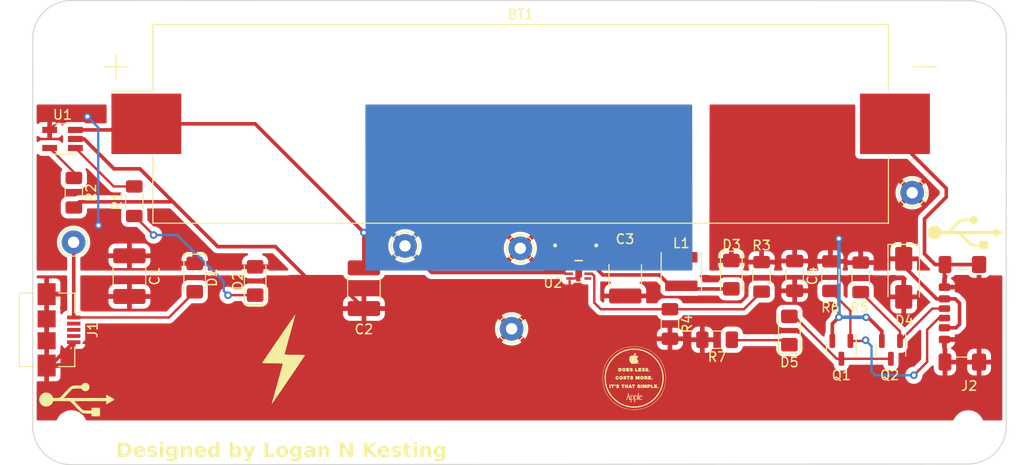
<source format=kicad_pcb>
(kicad_pcb (version 20221018) (generator pcbnew)
  (title_block (title "Lithium-Ion Battery Charger PCB") (date "2024-08-04") (company "Author: Logan Kesting"))
  (layers (0 "F.Cu" signal) (31 "B.Cu" signal) (34 "B.Paste" user) (35 "F.Paste" user) (36 "B.SilkS" user "B.Silkscreen") (37 "F.SilkS" user "F.Silkscreen") (38 "B.Mask" user) (39 "F.Mask" user) (44 "Edge.Cuts" user))
  (net 0 "")
  (net 4 "/SW")
  (net 5 "Net-(U1-STAT)")
  (net 6 "Net-(U1-PROG)")
  (net 7 "Net-(D1-A)")
  (net 8 "Net-(J2-CC2)")
  (net 9 "Net-(J2-CC1)")
  (net 10 "Net-(D2-K)")
  (net 11 "GND")
  (net 12 "/VBAT")
  (net 13 "/5V_OUT")
  (net 14 "/5V_IN")
  (net 15 "/FB")
  (net 16 "GNDPWR")
  (net 18 "Net-(D5-K)")
  (net 19 "Net-(D5-A)")
  (footprint "LED_SMD:LED_1206_3216Metric_Pad1.42x1.75mm_HandSolder" (layer "F.Cu") (at 183.134 106.807 90)
    (fp_text reference "D5" (at -3.3385 0 180) (layer "F.SilkS"))
    (fp_text value "Orange")
    (pad "1" smd roundrect (at -1.4875 0 90) (size 1.425 1.75) (layers "F.Cu" "F.Paste" "F.Mask") (roundrect_rratio 0.175439) (net 18 "Net-(D5-K)"))
    (pad "2" smd roundrect (at 1.4875 0 90) (size 1.425 1.75) (layers "F.Cu" "F.Paste" "F.Mask") (roundrect_rratio 0.175439) (net 19 "Net-(D5-A)"))
  )
  (footprint "Resistor_SMD:R_1206_3216Metric_Pad1.30x1.75mm_HandSolder" (layer "F.Cu") (at 175.5401 107.7715 180)
    (fp_text reference "R7" (at 0 -1.82) (layer "F.SilkS"))
    (fp_text value "1.6k")
    (pad "1" smd roundrect (at -1.55 0 180) (size 1.3 1.75) (layers "F.Cu" "F.Paste" "F.Mask") (roundrect_rratio 0.192308) (net 18 "Net-(D5-K)"))
    (pad "2" smd roundrect (at 1.55 0 180) (size 1.3 1.75) (layers "F.Cu" "F.Paste" "F.Mask") (roundrect_rratio 0.192308) (net 11 "GND"))
  )
  (footprint "TestPoint:TestPoint_THTPad_D2.5mm_Drill1.2mm" (layer "F.Cu") (at 154.8638 98.171)
    (fp_text reference "TP3" hide)
    (fp_text value "GNDPWR")
    (pad "1" thru_hole circle (at 0 0) (size 2.5 2.5) (drill 1.2) (layers "*.Cu" "*.Mask") (net 16 "GNDPWR"))
  )
  (footprint "Capacitor_SMD:C_1812_4532Metric_Pad1.57x3.40mm_HandSolder" (layer "F.Cu") (at 138.43 102.362 -90)
    (fp_text reference "C2" (at 4.318 0 -180) (layer "F.SilkS"))
    (fp_text value "4.7u")
    (pad "1" smd roundrect (at -2.1375 0 270) (size 1.575 3.4) (layers "F.Cu" "F.Paste" "F.Mask") (roundrect_rratio 0.1587301587) (net 12 "/VBAT"))
    (pad "2" smd roundrect (at 2.1375 0 270) (size 1.575 3.4) (layers "F.Cu" "F.Paste" "F.Mask") (roundrect_rratio 0.1587301587) (net 11 "GND"))
  )
  (footprint "MountingHole:MountingHole_3mm" (layer "F.Cu") (at 201.93 116.84)
    (fp_text reference "H4" hide)
    (fp_text value "MountingHole" hide)
    (pad "" np_thru_hole circle (at 0 0) (size 3 3) (drill 3) (layers "*.Cu" "*.Mask"))
  )
  (footprint "Package_TO_SOT_SMD:SOT-23" (layer "F.Cu") (at 188.595 108.839 -90)
    (fp_text reference "Q1" (at 2.667 0 -180) (layer "F.SilkS"))
    (fp_text value "BSS84")
    (pad "1" smd roundrect (at -0.9375 -0.95 270) (size 1.475 0.6) (layers "F.Cu" "F.Paste" "F.Mask") (net 9 "Net-(J2-CC1)"))
    (pad "2" smd roundrect (at -0.9375 0.95 270) (size 1.475 0.6) (layers "F.Cu" "F.Paste" "F.Mask") (net 13 "/5V_OUT"))
    (pad "3" smd roundrect (at 0.9375 0 270) (size 1.475 0.6) (layers "F.Cu" "F.Paste" "F.Mask") (net 19 "Net-(D5-A)"))
  )
  (footprint "Resistor_SMD:R_1206_3216Metric_Pad1.30x1.75mm_HandSolder" (layer "F.Cu") (at 170.5871 106.1205 -90)
    (fp_text reference "R4" (at 0 -1.82 90) (layer "F.SilkS"))
    (fp_text value "3k")
    (pad "1" smd roundrect (at -1.55 0 270) (size 1.3 1.75) (layers "F.Cu" "F.Paste" "F.Mask") (roundrect_rratio 0.1923076923) (net 15 "/FB"))
    (pad "2" smd roundrect (at 1.55 0 270) (size 1.3 1.75) (layers "F.Cu" "F.Paste" "F.Mask") (roundrect_rratio 0.1923076923) (net 11 "GND"))
  )
  (footprint "LED_SMD:LED_1206_3216Metric_Pad1.42x1.75mm_HandSolder" (layer "F.Cu") (at 127 101.6 90)
    (fp_text reference "D2" (at 0 -1.82 90) (layer "F.SilkS"))
    (fp_text value "Green")
    (pad "1" smd roundrect (at -1.4875 0 90) (size 1.425 1.75) (layers "F.Cu" "F.Paste" "F.Mask") (roundrect_rratio 0.1754392982) (net 10 "Net-(D2-K)"))
    (pad "2" smd roundrect (at 1.4875 0 90) (size 1.425 1.75) (layers "F.Cu" "F.Paste" "F.Mask") (roundrect_rratio 0.1754392982) (net 14 "/5V_IN"))
  )
  (footprint "Resistor_SMD:R_1206_3216Metric_Pad1.30x1.75mm_HandSolder" (layer "F.Cu") (at 180.213 101.1682 -90)
    (fp_text reference "R3" (at -3.302 0 -180) (layer "F.SilkS"))
    (fp_text value "9.1k")
    (pad "1" smd roundrect (at -1.55 0 270) (size 1.3 1.75) (layers "F.Cu" "F.Paste" "F.Mask") (roundrect_rratio 0.1923076923) (net 13 "/5V_OUT"))
    (pad "2" smd roundrect (at 1.55 0 270) (size 1.3 1.75) (layers "F.Cu" "F.Paste" "F.Mask") (roundrect_rratio 0.1923076923) (net 15 "/FB"))
  )
  (footprint "Package_TO_SOT_SMD:SOT-23-5_HandSoldering" (layer "F.Cu") (at 106.76 86.68 180)
    (fp_text reference "U1" (at 0 2.54) (layer "F.SilkS"))
    (fp_text value "MCP73832-2-OT")
    (pad "1" smd rect (at -1.35 -0.95 180) (size 1.56 0.65) (layers "F.Cu" "F.Paste" "F.Mask") (net 5 "Net-(U1-STAT)"))
    (pad "2" smd rect (at -1.35 0 180) (size 1.56 0.65) (layers "F.Cu" "F.Paste" "F.Mask") (net 11 "GND"))
    (pad "3" smd rect (at -1.35 0.95 180) (size 1.56 0.65) (layers "F.Cu" "F.Paste" "F.Mask") (net 12 "/VBAT"))
    (pad "4" smd rect (at 1.35 0.95 180) (size 1.56 0.65) (layers "F.Cu" "F.Paste" "F.Mask") (net 14 "/5V_IN"))
    (pad "5" smd rect (at 1.35 -0.95 180) (size 1.56 0.65) (layers "F.Cu" "F.Paste" "F.Mask") (net 6 "Net-(U1-PROG)"))
  )
  (footprint "PCB Memes:charging_bolt" (layer "F.Cu") (at 129.9972 109.8042)
    (fp_text reference "G***" hide)
    (fp_text value "LOGO" hide)
  )
  (footprint "Package_TO_SOT_SMD:SOT-23" (layer "F.Cu") (at 193.802 108.839 -90)
    (fp_text reference "Q2" (at 2.667 0.127 -180) (layer "F.SilkS"))
    (fp_text value "BSS84")
    (pad "1" smd roundrect (at -0.9375 -0.95 270) (size 1.475 0.6) (layers "F.Cu" "F.Paste" "F.Mask") (net 8 "Net-(J2-CC2)"))
    (pad "2" smd roundrect (at -0.9375 0.95 270) (size 1.475 0.6) (layers "F.Cu" "F.Paste" "F.Mask") (net 13 "/5V_OUT"))
    (pad "3" smd roundrect (at 0.9375 0 270) (size 1.475 0.6) (layers "F.Cu" "F.Paste" "F.Mask") (net 19 "Net-(D5-A)"))
  )
  (footprint "Diode_SMD:D_1206_3216Metric_Pad1.42x1.75mm_HandSolder" (layer "F.Cu") (at 177.038 100.9396 -90)
    (fp_text reference "D3" (at -3.1496 -0.0254) (layer "F.SilkS"))
    (fp_text value "D_Schottky")
    (pad "1" smd roundrect (at -1.4875 0 270) (size 1.425 1.75) (layers "F.Cu" "F.Paste" "F.Mask") (roundrect_rratio 0.175439) (net 13 "/5V_OUT"))
    (pad "2" smd roundrect (at 1.4875 0 270) (size 1.425 1.75) (layers "F.Cu" "F.Paste" "F.Mask") (roundrect_rratio 0.175439) (net 4 "/SW"))
  )
  (footprint "PCB Memes:LiPo PCB meme" (layer "F.Cu") (at 166.8272 111.8108)
    (fp_text reference "G***" hide)
    (fp_text value "LOGO" hide)
  )
  (footprint "TestPoint:TestPoint_THTPad_D2.5mm_Drill1.2mm" (layer "F.Cu") (at 107.9246 97.536)
    (fp_text reference "TP1" hide)
    (fp_text value "5V_IN")
    (pad "1" thru_hole circle (at 0 0) (size 2.5 2.5) (drill 1.2) (layers "*.Cu" "*.Mask") (net 7 "Net-(D1-A)"))
  )
  (footprint "MountingHole:MountingHole_3mm" (layer "F.Cu") (at 202.0824 76.0476)
    (fp_text reference "H2" hide)
    (fp_text value "MountingHole" hide)
    (pad "" np_thru_hole circle (at 0 0) (size 3 3) (drill 3) (layers "*.Cu" "*.Mask"))
  )
  (footprint "Connector_USB:USB_Micro-B_Amphenol_10104110_Horizontal" (layer "F.Cu") (at 106.39138 106.73538 -90)
    (fp_text reference "J1" (at 0 -3.55 90) (layer "F.SilkS"))
    (fp_text value "USB_B_Micro")
    (pad "1" smd rect (at -1.3 -1.55 270) (size 0.4 1.4) (layers "F.Cu" "F.Paste" "F.Mask") (net 7 "Net-(D1-A)"))
    (pad "2" smd rect (at -0.65 -1.55 270) (size 0.4 1.4) (layers "F.Cu" "F.Paste" "F.Mask"))
    (pad "3" smd rect (at 0 -1.55 270) (size 0.4 1.4) (layers "F.Cu" "F.Paste" "F.Mask"))
    (pad "4" smd rect (at 0.65 -1.55 270) (size 0.4 1.4) (layers "F.Cu" "F.Paste" "F.Mask"))
    (pad "5" smd rect (at 1.3 -1.55 270) (size 0.4 1.4) (layers "F.Cu" "F.Paste" "F.Mask") (net 11 "GND"))
    (pad "6" smd rect (at -3.75 1.3 270) (size 2.3 1.9) (layers "F.Cu" "F.Paste" "F.Mask") (net 11 "GND"))
    (pad "6" smd rect (at -1.15 1.3 270) (size 1.8 1.9) (layers "F.Cu" "F.Paste" "F.Mask") (net 11 "GND"))
    (pad "6" smd rect (at 1.15 1.3 270) (size 1.8 1.9) (layers "F.Cu" "F.Paste" "F.Mask") (net 11 "GND"))
    (pad "6" smd rect (at 3.75 1.3 270) (size 2.3 1.9) (layers "F.Cu" "F.Paste" "F.Mask") (net 11 "GND"))
  )
  (footprint "TestPoint:TestPoint_THTPad_D2.5mm_Drill1.2mm" (layer "F.Cu") (at 142.748 97.917)
    (fp_text reference "TP4" hide)
    (fp_text value "VBAT")
    (pad "1" thru_hole circle (at 0 0) (size 2.5 2.5) (drill 1.2) (layers "*.Cu" "*.Mask") (net 12 "/VBAT"))
  )
  (footprint "TestPoint:TestPoint_THTPad_D2.5mm_Drill1.2mm" (layer "F.Cu") (at 153.9501 106.6285)
    (fp_text reference "TP5" hide)
    (fp_text value "GND")
    (pad "1" thru_hole circle (at 0 0) (size 2.5 2.5) (drill 1.2) (layers "*.Cu" "*.Mask") (net 11 "GND"))
  )
  (footprint "Capacitor_SMD:C_1812_4532Metric_Pad1.57x3.40mm_HandSolder" (layer "F.Cu") (at 165.8881 101.0405 -90)
    (fp_text reference "C3" (at -3.8354 0.0254) (layer "F.SilkS"))
    (fp_text value "4.7u")
    (pad "1" smd roundrect (at -2.1375 0 270) (size 1.575 3.4) (layers "F.Cu" "F.Paste" "F.Mask") (roundrect_rratio 0.15873) (net 12 "/VBAT"))
    (pad "2" smd roundrect (at 2.1375 0 270) (size 1.575 3.4) (layers "F.Cu" "F.Paste" "F.Mask") (roundrect_rratio 0.15873) (net 11 "GND"))
  )
  (footprint "Diode_SMD:D_SMA" (layer "F.Cu") (at 195.1482 101.2698 -90)
    (fp_text reference "D4" (at 4.4958 -0.0762 -180) (layer "F.SilkS"))
    (fp_text value "SMAJ5.0A")
    (pad "1" smd roundrect (at -2 0 270) (size 2.5 1.8) (layers "F.Cu" "F.Paste" "F.Mask") (roundrect_rratio 0.1388888889) (net 13 "/5V_OUT"))
    (pad "2" smd roundrect (at 2 0 270) (size 2.5 1.8) (layers "F.Cu" "F.Paste" "F.Mask") (roundrect_rratio 0.1388888889) (net 11 "GND"))
  )
  (footprint "Resistor_SMD:R_1206_3216Metric_Pad1.30x1.75mm_HandSolder" (layer "F.Cu") (at 114.3 93.218 90)
    (fp_text reference "R1" (at 0 -1.82 90) (layer "F.SilkS"))
    (fp_text value "470")
    (pad "1" smd roundrect (at -1.55 0 90) (size 1.3 1.75) (layers "F.Cu" "F.Paste" "F.Mask") (roundrect_rratio 0.1923076923) (net 10 "Net-(D2-K)"))
    (pad "2" smd roundrect (at 1.55 0 90) (size 1.3 1.75) (layers "F.Cu" "F.Paste" "F.Mask") (roundrect_rratio 0.1923076923) (net 5 "Net-(U1-STAT)"))
  )
  (footprint "PCB Memes:USB2.0_image" (layer "F.Cu") (at 108.2802 114.046)
    (fp_text reference "G***" hide)
    (fp_text value "LOGO" hide)
  )
  (footprint "MountingHole:MountingHole_3mm" (layer "F.Cu") (at 107.696 116.84)
    (fp_text reference "H3" hide)
    (fp_text value "MountingHole" hide)
    (pad "" np_thru_hole circle (at 0 0) (size 3 3) (drill 3) (layers "*.Cu" "*.Mask"))
  )
  (footprint "Battery:BatteryHolder_Keystone_1042_1x18650" (layer "F.Cu") (at 154.9 85.09)
    (fp_text reference "BT1" (at 0 -11.5) (layer "F.SilkS"))
    (fp_text value "18650")
    (pad "" np_thru_hole circle (at -35.93 -8) (size 2.39 2.39) (drill 2.39) (layers "*.Cu" "*.Mask"))
    (pad "" np_thru_hole circle (at -27.6 8) (size 3.45 3.45) (drill 3.45) (layers "*.Cu" "*.Mask"))
    (pad "" np_thru_hole circle (at 27.6 -8) (size 3.45 3.45) (drill 3.45) (layers "*.Cu" "*.Mask"))
    (pad "1" smd rect (at -39.33 0) (size 7.34 6.35) (layers "F.Cu" "F.Paste" "F.Mask") (net 12 "/VBAT"))
    (pad "2" smd rect (at 39.33 0) (size 7.34 6.35) (layers "F.Cu" "F.Paste" "F.Mask") (net 11 "GND"))
  )
  (footprint "PCB Memes:USB2.0_image" (layer "F.Cu") (at 201.6252 96.4946)
    (fp_text reference "G***" hide)
    (fp_text value "LOGO" hide)
  )
  (footprint "TestPoint:TestPoint_THTPad_D2.5mm_Drill1.2mm" (layer "F.Cu") (at 196.0372 92.329)
    (fp_text reference "TP2" hide)
    (fp_text value "5V_OUT")
    (pad "1" thru_hole circle (at 0 0) (size 2.5 2.5) (drill 1.2) (layers "*.Cu" "*.Mask") (net 13 "/5V_OUT"))
  )
  (footprint "MountingHole:MountingHole_3mm" (layer "F.Cu") (at 107.696 76.2)
    (fp_text reference "H1" hide)
    (fp_text value "MountingHole" hide)
    (pad "" np_thru_hole circle (at 0 0) (size 3 3) (drill 3) (layers "*.Cu" "*.Mask"))
  )
  (footprint "Diode_SMD:D_1206_3216Metric_Pad1.42x1.75mm_HandSolder" (layer "F.Cu") (at 120.65 101.2444 -90)
    (fp_text reference "D1" (at 0 -1.82 -90) (layer "F.SilkS"))
    (fp_text value "D_Schottky")
    (pad "1" smd roundrect (at -1.4875 0 270) (size 1.425 1.75) (layers "F.Cu" "F.Paste" "F.Mask") (roundrect_rratio 0.175439) (net 14 "/5V_IN"))
    (pad "2" smd roundrect (at 1.4875 0 270) (size 1.425 1.75) (layers "F.Cu" "F.Paste" "F.Mask") (roundrect_rratio 0.175439) (net 7 "Net-(D1-A)"))
  )
  (footprint "Capacitor_SMD:C_1812_4532Metric_Pad1.57x3.40mm_HandSolder" (layer "F.Cu") (at 113.792 101.092 -90)
    (fp_text reference "C1" (at 0 -2.65 -270) (layer "F.SilkS"))
    (fp_text value "4.7u")
    (pad "1" smd roundrect (at -2.1375 0 270) (size 1.575 3.4) (layers "F.Cu" "F.Paste" "F.Mask") (roundrect_rratio 0.1587301587) (net 14 "/5V_IN"))
    (pad "2" smd roundrect (at 2.1375 0 270) (size 1.575 3.4) (layers "F.Cu" "F.Paste" "F.Mask") (roundrect_rratio 0.1587301587) (net 11 "GND"))
  )
  (footprint "Resistor_SMD:R_1206_3216Metric_Pad1.30x1.75mm_HandSolder" (layer "F.Cu") (at 187.452 101.092 -90)
    (fp_text reference "R6" (at 3.302 0 -180) (layer "F.SilkS"))
    (fp_text value "56k")
    (pad "1" smd roundrect (at -1.55 0 270) (size 1.3 1.75) (layers "F.Cu" "F.Paste" "F.Mask") (roundrect_rratio 0.1923076923) (net 13 "/5V_OUT"))
    (pad "2" smd roundrect (at 1.55 0 270) (size 1.3 1.75) (layers "F.Cu" "F.Paste" "F.Mask") (roundrect_rratio 0.1923076923) (net 9 "Net-(J2-CC1)"))
  )
  (footprint "Resistor_SMD:R_1206_3216Metric_Pad1.30x1.75mm_HandSolder" (layer "F.Cu") (at 190.627 101.219 -90)
    (fp_text reference "R5" (at 3.175 0.127 -180) (layer "F.SilkS"))
    (fp_text value "56k")
    (pad "1" smd roundrect (at -1.55 0 270) (size 1.3 1.75) (layers "F.Cu" "F.Paste" "F.Mask") (roundrect_rratio 0.1923076923) (net 13 "/5V_OUT"))
    (pad "2" smd roundrect (at 1.55 0 270) (size 1.3 1.75) (layers "F.Cu" "F.Paste" "F.Mask") (roundrect_rratio 0.1923076923) (net 8 "Net-(J2-CC2)"))
  )
  (footprint "Capacitor_SMD:C_1206_3216Metric_Pad1.33x1.80mm_HandSolder" (layer "F.Cu") (at 183.6928 101.0666 -90)
    (fp_text reference "C4" (at 0 -1.85 -90) (layer "F.SilkS"))
    (fp_text value "22u")
    (pad "1" smd roundrect (at -1.5625 0 270) (size 1.325 1.8) (layers "F.Cu" "F.Paste" "F.Mask") (roundrect_rratio 0.188679) (net 13 "/5V_OUT"))
    (pad "2" smd roundrect (at 1.5625 0 270) (size 1.325 1.8) (layers "F.Cu" "F.Paste" "F.Mask") (roundrect_rratio 0.188679) (net 11 "GND"))
  )
  (footprint "Package_DFN_QFN:MLF-8_ML_MCH" (layer "F.Cu") (at 160.9986 100.5873)
    (fp_text reference "U2" (at -2.7051 1.2152 unlocked) (layer "F.SilkS"))
    (fp_text value "MIC2288YML-TR")
    (pad "1" smd rect (at -0.9525 -0.750001 90) (size 0.254 0.7112) (layers "F.Cu" "F.Paste" "F.Mask") (net 11 "GND"))
    (pad "2" smd rect (at -0.9525 -0.25 90) (size 0.254 0.7112) (layers "F.Cu" "F.Paste" "F.Mask") (net 12 "/VBAT"))
    (pad "3" smd rect (at -0.9525 0.25 90) (size 0.254 0.7112) (layers "F.Cu" "F.Paste" "F.Mask") (net 12 "/VBAT"))
    (pad "4" smd rect (at -0.9525 0.750001 90) (size 0.254 0.7112) (layers "F.Cu" "F.Paste" "F.Mask") (net 11 "GND"))
    (pad "5" smd rect (at 0.9525 0.750001 90) (size 0.254 0.7112) (layers "F.Cu" "F.Paste" "F.Mask"))
    (pad "6" smd rect (at 0.9525 0.25 90) (size 0.254 0.7112) (layers "F.Cu" "F.Paste" "F.Mask") (net 15 "/FB"))
    (pad "7" smd rect (at 0.9525 -0.25 90) (size 0.254 0.7112) (layers "F.Cu" "F.Paste" "F.Mask") (net 4 "/SW"))
    (pad "8" smd rect (at 0.9525 -0.750001 90) (size 0.254 0.7112) (layers "F.Cu" "F.Paste" "F.Mask") (net 16 "GNDPWR"))
    (pad "9" smd rect (at 0 0) (size 0.7112 1.2954) (layers "F.Cu" "F.Paste" "F.Mask") (net 11 "GND"))
  )
  (footprint "Connector_USB:USB_C_Receptacle_GCT_USB4135-GF-A_6P_TopMnt_Horizontal" (layer "F.Cu") (at 202.4634 105 90)
    (fp_text reference "J2" (at -7.6236 -0.4318 unlocked) (layer "F.SilkS"))
    (fp_text value "USB_C_Receptacle_PowerOnly_6P")
    (pad "A5" smd roundrect (at -0.5 -3.0325 90) (size 0.7 1.2) (layers "F.Cu" "F.Paste" "F.Mask") (net 9 "Net-(J2-CC1)"))
    (pad "A9" smd roundrect (at 1.52 -3.0325 270) (size 0.76 1.2) (layers "F.Cu" "F.Paste" "F.Mask") (net 13 "/5V_OUT"))
    (pad "A12" smd roundrect (at 2.75 -3.0325 270) (size 0.8 1.2) (layers "F.Cu" "F.Paste" "F.Mask") (net 11 "GND"))
    (pad "B5" smd roundrect (at 0.5 -3.0325 270) (size 0.7 1.2) (layers "F.Cu" "F.Paste" "F.Mask") (net 8 "Net-(J2-CC2)"))
    (pad "B9" smd roundrect (at -1.52 -3.0325 90) (size 0.76 1.2) (layers "F.Cu" "F.Paste" "F.Mask") (net 13 "/5V_OUT"))
    (pad "B12" smd roundrect (at -2.75 -3.0325 90) (size 0.8 1.2) (layers "F.Cu" "F.Paste" "F.Mask") (net 11 "GND"))
    (pad "S1" smd roundrect (at -5.125 -2.9775 90) (size 1.8 1.35) (layers "F.Cu" "F.Paste" "F.Mask") (roundrect_rratio 0.1851851852) (net 11 "GND"))
    (pad "S1" smd roundrect (at -5.125 0.6025 90) (size 1.8 1.5) (layers "F.Cu" "F.Paste" "F.Mask") (roundrect_rratio 0.1666666667) (net 11 "GND"))
    (pad "S1" smd roundrect (at 5.125 -2.9775 90) (size 1.8 1.35) (layers "F.Cu" "F.Paste" "F.Mask") (roundrect_rratio 0.1851851852) (net 11 "GND"))
    (pad "S1" smd roundrect (at 5.125 0.6025 90) (size 1.8 1.5) (layers "F.Cu" "F.Paste" "F.Mask") (roundrect_rratio 0.1666666667) (net 11 "GND"))
  )
  (footprint "Inductor_SMD:L_Abracon_ASPI-4030S" (layer "F.Cu") (at 171.7802 100.6094 -90)
    (fp_text reference "L1" (at -2.9718 0) (layer "F.SilkS"))
    (fp_text value "10u")
    (pad "1" smd roundrect (at -1.5 0 270) (size 1.1 3.4) (layers "F.Cu" "F.Paste" "F.Mask") (roundrect_rratio 0.1) (net 12 "/VBAT"))
    (pad "2" smd roundrect (at 1.5 0 270) (size 1.1 3.4) (layers "F.Cu" "F.Paste" "F.Mask") (roundrect_rratio 0.1) (net 4 "/SW"))
  )
  (footprint "Resistor_SMD:R_1206_3216Metric_Pad1.30x1.75mm_HandSolder" (layer "F.Cu") (at 107.952936 92.32946 -90)
    (fp_text reference "R2" (at 0 -1.82 90) (layer "F.SilkS"))
    (fp_text value "2k")
    (pad "1" smd roundrect (at -1.55 0 270) (size 1.3 1.75) (layers "F.Cu" "F.Paste" "F.Mask") (roundrect_rratio 0.1923076923) (net 6 "Net-(U1-PROG)"))
    (pad "2" smd roundrect (at 1.55 0 270) (size 1.3 1.75) (layers "F.Cu" "F.Paste" "F.Mask") (roundrect_rratio 0.1923076923) (net 11 "GND"))
  )
  (gr_line (start 201.93 120.828689) (end 107.696 120.904) (stroke (width 0.1)) (layer "Edge.Cuts"))
  (gr_line (start 103.632001 75.946) (end 103.639914 116.586495) (stroke (width 0.1)) (layer "Edge.Cuts"))
  (gr_line (start 205.925766 75.944864) (end 205.918689 116.84) (stroke (width 0.1)) (layer "Edge.Cuts"))
  (gr_line (start 202.0824 72.153083) (end 107.696 72.128071) (stroke (width 0.1)) (layer "Edge.Cuts"))
  (gr_arc (start 107.696 120.904) (mid 104.734046 119.622611) (end 103.639914 116.586495) (stroke (width 0.1)) (layer "Edge.Cuts"))
  (gr_arc (start 205.918689 116.84) (mid 204.750429 119.660429) (end 201.93 120.828689) (stroke (width 0.1)) (layer "Edge.Cuts"))
  (gr_arc (start 103.632001 75.946) (mid 104.90796 73.232267) (end 107.696 72.128071) (stroke (width 0.1)) (layer "Edge.Cuts"))
  (gr_arc (start 202.0824 72.153083) (mid 204.781894 73.260581) (end 205.925766 75.944864) (stroke (width 0.1)) (layer "Edge.Cuts"))
  (gr_text "Designed by Logan N Kesting" (at 112.395 120.3452) (layer "F.SilkS") (effects (font (size 1.5 1.5) (thickness 0.3) bold) (justify left bottom)))
  (segment (start 177.038 102.4271) (end 177.0269 102.4382) (width 0.381) (layer "F.Cu") (net 4))
  (segment (start 163.0306 100.469) (end 163.5266 100.965) (width 0.381) (layer "F.Cu") (net 4))
  (segment (start 172.109 102.4382) (end 171.7802 102.1094) (width 0.381) (layer "F.Cu") (net 4))
  (segment (start 177.0269 102.4382) (end 172.109 102.4382) (width 0.381) (layer "F.Cu") (net 4))
  (segment (start 170.6132 102.1094) (end 171.7802 102.1094) (width 0.381) (layer "F.Cu") (net 4))
  (segment (start 169.4688 100.965) (end 170.6132 102.1094) (width 0.381) (layer "F.Cu") (net 4))
  (segment (start 163.0306 100.469) (end 162.8989 100.3373) (width 0.254) (layer "F.Cu") (net 4))
  (segment (start 162.8989 100.3373) (end 161.9511 100.3373) (width 0.254) (layer "F.Cu") (net 4))
  (segment (start 163.5266 100.965) (end 169.4688 100.965) (width 0.381) (layer "F.Cu") (net 4))
  (segment (start 114.3 91.668) (end 112.148 91.668) (width 0.25) (layer "F.Cu") (net 5))
  (segment (start 112.148 91.668) (end 108.11 87.63) (width 0.25) (layer "F.Cu") (net 5))
  (segment (start 107.952936 90.172936) (end 105.41 87.63) (width 0.25) (layer "F.Cu") (net 6))
  (segment (start 107.952936 90.77946) (end 107.952936 90.172936) (width 0.25) (layer "F.Cu") (net 6))
  (segment (start 107.94138 105.43538) (end 117.94652 105.43538) (width 0.25) (layer "F.Cu") (net 7))
  (segment (start 107.94138 105.43538) (end 107.94138 97.55278) (width 0.381) (layer "F.Cu") (net 7))
  (segment (start 117.94652 105.43538) (end 120.65 102.7319) (width 0.25) (layer "F.Cu") (net 7))
  (segment (start 107.94138 97.55278) (end 107.9246 97.536) (width 0.381) (layer "F.Cu") (net 7))
  (segment (start 194.752 106.894) (end 190.627 102.769) (width 0.25) (layer "F.Cu") (net 8))
  (segment (start 194.752 107.9015) (end 198.1535 104.5) (width 0.25) (layer "F.Cu") (net 8))
  (segment (start 194.752 107.9015) (end 194.752 106.894) (width 0.25) (layer "F.Cu") (net 8))
  (segment (start 198.1535 104.5) (end 199.4309 104.5) (width 0.25) (layer "F.Cu") (net 8))
  (segment (start 196.215 111.506) (end 197.612 110.109) (width 0.25) (layer "F.Cu") (net 9))
  (segment (start 197.612 110.109) (end 197.612 106.7189) (width 0.25) (layer "F.Cu") (net 9))
  (segment (start 197.612 106.7189) (end 198.8309 105.5) (width 0.25) (layer "F.Cu") (net 9))
  (segment (start 191.0565 107.9015) (end 189.545 107.9015) (width 0.25) (layer "F.Cu") (net 9))
  (segment (start 189.545 104.735) (end 187.452 102.642) (width 0.25) (layer "F.Cu") (net 9))
  (segment (start 189.545 107.9015) (end 189.545 104.735) (width 0.25) (layer "F.Cu") (net 9))
  (segment (start 191.135 107.823) (end 191.0565 107.9015) (width 0.25) (layer "F.Cu") (net 9))
  (segment (start 198.8309 105.5) (end 199.4309 105.5) (width 0.25) (layer "F.Cu") (net 9))
  (via (at 196.215 111.506) (size 0.8) (drill 0.4) (layers "F.Cu" "B.Cu") (net 9))
  (via (at 191.135 107.823) (size 0.8) (drill 0.4) (layers "F.Cu" "B.Cu") (net 9))
  (segment (start 191.77 111.125) (end 192.151 111.506) (width 0.25) (layer "B.Cu") (net 9))
  (segment (start 191.77 108.458) (end 191.77 111.125) (width 0.25) (layer "B.Cu") (net 9))
  (segment (start 191.135 107.823) (end 191.77 108.458) (width 0.25) (layer "B.Cu") (net 9))
  (segment (start 192.151 111.506) (end 196.215 111.506) (width 0.25) (layer "B.Cu") (net 9))
  (segment (start 114.326 94.768) (end 116.332 96.774) (width 0.25) (layer "F.Cu") (net 10))
  (segment (start 114.3 94.742) (end 114.3 94.26) (width 0.25) (layer "F.Cu") (net 10))
  (segment (start 124.1552 103.0986) (end 124.1663 103.0875) (width 0.25) (layer "F.Cu") (net 10))
  (segment (start 124.1663 103.0875) (end 127 103.0875) (width 0.25) (layer "F.Cu") (net 10))
  (segment (start 114.3 94.768) (end 114.326 94.768) (width 0.25) (layer "F.Cu") (net 10))
  (via (at 124.1552 103.0986) (size 0.8) (drill 0.4) (layers "F.Cu" "B.Cu") (net 10))
  (via (at 116.332 96.774) (size 0.8) (drill 0.4) (layers "F.Cu" "B.Cu") (net 10))
  (segment (start 123.698 102.6414) (end 123.698 101.6508) (width 0.25) (layer "B.Cu") (net 10))
  (segment (start 118.8212 96.774) (end 116.332 96.774) (width 0.25) (layer "B.Cu") (net 10))
  (segment (start 124.1552 103.0986) (end 123.698 102.6414) (width 0.25) (layer "B.Cu") (net 10))
  (segment (start 123.698 101.6508) (end 118.8212 96.774) (width 0.25) (layer "B.Cu") (net 10))
  (segment (start 104.948424 107.95) (end 105.098424 108.1) (width 0.25) (layer "F.Cu") (net 11))
  (segment (start 199.6186 91.8718) (end 199.6186 92.7862) (width 0.381) (layer "F.Cu") (net 11))
  (segment (start 160.9986 99.9396) (end 160.9986 100.5873) (width 0.25) (layer "F.Cu") (net 11))
  (segment (start 199.6186 92.7862) (end 197.3326 95.0722) (width 0.381) (layer "F.Cu") (net 11))
  (segment (start 108.547396 93.285) (end 118.364 93.285) (width 0.381) (layer "F.Cu") (net 11))
  (segment (start 105.09138 105.58538) (end 105.09138 107.88538) (width 0.381) (layer "F.Cu") (net 11))
  (segment (start 160.9986 101.2437) (end 160.9986 100.5873) (width 0.25) (layer "F.Cu") (net 11))
  (segment (start 194.23 85.09) (end 194.23 86.4832) (width 0.381) (layer "F.Cu") (net 11))
  (segment (start 105.09138 102.98538) (end 105.09138 105.58538) (width 0.381) (layer "F.Cu") (net 11))
  (segment (start 160.904999 101.337301) (end 160.9986 101.2437) (width 0.25) (layer "F.Cu") (net 11))
  (segment (start 160.9986 100.5873) (end 160.9986 101.612) (width 0.381) (layer "F.Cu") (net 11))
  (segment (start 160.0461 101.337301) (end 160.904999 101.337301) (width 0.25) (layer "F.Cu") (net 11))
  (segment (start 133.4516 102.3112) (end 136.2417 102.3112) (width 0.381) (layer "F.Cu") (net 11))
  (segment (start 105.09138 107.88538) (end 105.09138 110.48538) (width 0.381) (layer "F.Cu") (net 11))
  (segment (start 160.9986 100.5873) (end 160.9986 100.25495) (width 0.381) (layer "F.Cu") (net 11))
  (segment (start 197.3326 98.7552) (end 198.4524 99.875) (width 0.381) (layer "F.Cu") (net 11))
  (segment (start 194.23 86.4832) (end 199.6186 91.8718) (width 0.381) (layer "F.Cu") (net 11))
  (segment (start 107.952936 93.87946) (end 108.547396 93.285) (width 0.381) (layer "F.Cu") (net 11))
  (segment (start 160.0461 103.4535) (end 164.2631 107.6705) (width 0.381) (layer "F.Cu") (net 11))
  (segment (start 105.49138 110.48538) (end 105.09138 110.48538) (width 0.381) (layer "F.Cu") (net 11))
  (segment (start 108.11 86.68) (end 109.032 86.68) (width 0.381) (layer "F.Cu") (net 11))
  (segment (start 197.3326 95.0722) (end 197.3326 98.7552) (width 0.381) (layer "F.Cu") (net 11))
  (segment (start 160.0461 102.5645) (end 160.0461 103.4535) (width 0.381) (layer "F.Cu") (net 11))
  (segment (start 198.4524 99.875) (end 199.4859 99.875) (width 0.381) (layer "F.Cu") (net 11))
  (segment (start 107.94138 108.03538) (end 105.49138 110.48538) (width 0.381) (layer "F.Cu") (net 11))
  (segment (start 109.032 86.68) (end 112.170174 89.818174) (width 0.381) (layer "F.Cu") (net 11))
  (segment (start 199.4309 99.93) (end 199.4859 99.875) (width 0.381) (layer "F.Cu") (net 11))
  (segment (start 164.2631 107.6705) (end 170.5871 107.6705) (width 0.381) (layer "F.Cu") (net 11))
  (segment (start 136.2417 102.3112) (end 138.43 104.4995) (width 0.381) (layer "F.Cu") (net 11))
  (segment (start 123.0722 97.9932) (end 129.1336 97.9932) (width 0.381) (layer "F.Cu") (net 11))
  (segment (start 118.364 93.285) (end 123.0722 97.9932) (width 0.381) (layer "F.Cu") (net 11))
  (segment (start 112.170174 89.818174) (end 114.897174 89.818174) (width 0.381) (layer "F.Cu") (net 11))
  (segment (start 199.4309 102.25) (end 199.4309 99.93) (width 0.381) (layer "F.Cu") (net 11))
  (segment (start 160.896299 99.837299) (end 160.9986 99.9396) (width 0.25) (layer "F.Cu") (net 11))
  (segment (start 160.0461 99.837299) (end 160.896299 99.837299) (width 0.25) (layer "F.Cu") (net 11))
  (segment (start 160.9986 101.612) (end 160.0461 102.5645) (width 0.381) (layer "F.Cu") (net 11))
  (segment (start 114.897174 89.818174) (end 118.364 93.285) (width 0.381) (layer "F.Cu") (net 11))
  (segment (start 129.1336 97.9932) (end 133.4516 102.3112) (width 0.381) (layer "F.Cu") (net 11))
  (segment (start 199.4859 99.875) (end 203.0659 99.875) (width 0.381) (layer "F.Cu") (net 11))
  (segment (start 157.5569 98.8307) (end 157.5569 100.6595) (width 0.381) (layer "F.Cu") (net 12))
  (segment (start 114.93 85.73) (end 115.57 85.09) (width 0.381) (layer "F.Cu") (net 12))
  (segment (start 108.11 85.73) (end 114.93 85.73) (width 0.381) (layer "F.Cu") (net 12))
  (segment (start 159.4111 100.5913) (end 159.6651 100.3373) (width 0.254) (layer "F.Cu") (net 12))
  (segment (start 159.5889 100.8373) (end 160.0461 100.8373) (width 0.254) (layer "F.Cu") (net 12))
  (segment (start 159.4111 100.6595) (end 159.5889 100.8373) (width 0.254) (layer "F.Cu") (net 12))
  (segment (start 159.6651 100.3373) (end 160.0461 100.3373) (width 0.254) (layer "F.Cu") (net 12))
  (segment (start 138.43 96.52) (end 138.43 100.2245) (width 0.381) (layer "F.Cu") (net 12))
  (segment (start 164.8506 97.8655) (end 165.8881 98.903) (width 0.381) (layer "F.Cu") (net 12))
  (segment (start 162.8401 97.8655) (end 164.8506 97.8655) (width 0.381) (layer "F.Cu") (net 12))
  (segment (start 115.57 85.09) (end 127 85.09) (width 0.381) (layer "F.Cu") (net 12))
  (segment (start 127 85.09) (end 138.43 96.52) (width 0.381) (layer "F.Cu") (net 12))
  (segment (start 159.4358 100.711) (end 145.542 100.711) (width 0.381) (layer "F.Cu") (net 12))
  (segment (start 143.1585 98.4545) (end 142.748 98.044) (width 0.381) (layer "F.Cu") (net 12))
  (segment (start 159.4111 100.6595) (end 159.4111 100.5913) (width 0.254) (layer "F.Cu") (net 12))
  (segment (start 158.5221 97.8655) (end 157.5569 98.8307) (width 0.381) (layer "F.Cu") (net 12))
  (segment (start 165.8881 98.903) (end 169.9931 98.903) (width 0.381) (layer "F.Cu") (net 12))
  (segment (start 145.542 100.711) (end 142.748 97.917) (width 0.381) (layer "F.Cu") (net 12))
  (segment (start 169.9931 98.903) (end 170.4601 99.37) (width 0.381) (layer "F.Cu") (net 12))
  (segment (start 157.5569 100.6595) (end 159.4111 100.6595) (width 0.381) (layer "F.Cu") (net 12))
  (via (at 162.8401 97.8655) (size 0.8) (drill 0.4) (layers "F.Cu" "B.Cu") (net 12))
  (via (at 158.5221 97.8655) (size 0.8) (drill 0.4) (layers "F.Cu" "B.Cu") (net 12))
  (via (at 138.43 96.52) (size 0.8) (drill 0.4) (layers "F.Cu" "B.Cu") (net 12))
  (segment (start 138.43 96.52) (end 141.351 96.52) (width 0.381) (layer "B.Cu") (net 12))
  (segment (start 141.351 96.52) (end 142.748 97.917) (width 0.381) (layer "B.Cu") (net 12))
  (segment (start 162.8401 97.8655) (end 158.5221 97.8655) (width 0.381) (layer "B.Cu") (net 12))
  (segment (start 198.603 103.48) (end 195.1482 100.0252) (width 0.381) (layer "F.Cu") (net 13))
  (segment (start 200.5588 103.48) (end 199.4309 103.48) (width 0.381) (layer "F.Cu") (net 13))
  (segment (start 199.225806 106.52) (end 199.4309 106.52) (width 0.381) (layer "F.Cu") (net 13))
  (segment (start 192.852 106.873) (end 192.852 107.9015) (width 0.381) (layer "F.Cu") (net 13))
  (segment (start 201.0156 106.1466) (end 201.0156 103.9368) (width 0.381) (layer "F.Cu") (net 13))
  (segment (start 188.341 105.41) (end 187.645 106.106) (width 0.381) (layer "F.Cu") (net 13))
  (segment (start 188.976 96.52) (end 191.008 96.52) (width 0.381) (layer "F.Cu") (net 13))
  (segment (start 200.6422 106.52) (end 201.0156 106.1466) (width 0.381) (layer "F.Cu") (net 13))
  (segment (start 195.1482 100.0252) (end 195.1482 99.2698) (width 0.381) (layer "F.Cu") (net 13))
  (segment (start 201.0156 103.9368) (end 200.5588 103.48) (width 0.381) (layer "F.Cu") (net 13))
  (segment (start 193.7578 99.2698) (end 195.1482 99.2698) (width 0.381) (layer "F.Cu") (net 13))
  (segment (start 188.341 97.155) (end 188.976 96.52) (width 0.381) (layer "F.Cu") (net 13))
  (segment (start 191.008 96.52) (end 193.7578 99.2698) (width 0.381) (layer "F.Cu") (net 13))
  (segment (start 191.399142 105.420142) (end 192.852 106.873) (width 0.381) (layer "F.Cu") (net 13))
  (segment (start 187.645 106.106) (end 187.645 107.9015) (width 0.381) (layer "F.Cu") (net 13))
  (segment (start 199.4309 103.48) (end 198.603 103.48) (width 0.381) (layer "F.Cu") (net 13))
  (segment (start 199.4309 106.52) (end 200.6422 106.52) (width 0.381) (layer "F.Cu") (net 13))
  (segment (start 191.2038 105.420142) (end 191.399142 105.420142) (width 0.381) (layer "F.Cu") (net 13))
  (via (at 188.341 105.41) (size 0.8) (drill 0.4) (layers "F.Cu" "B.Cu") (net 13))
  (via (at 191.2038 105.420142) (size 0.8) (drill 0.4) (layers "F.Cu" "B.Cu") (net 13))
  (via (at 188.341 97.155) (size 0.8) (drill 0.4) (layers "F.Cu" "B.Cu") (net 13))
  (segment (start 191.193658 105.41) (end 188.341 105.41) (width 0.381) (layer "B.Cu") (net 13))
  (segment (start 188.341 97.155) (end 188.341 105.41) (width 0.381) (layer "B.Cu") (net 13))
  (segment (start 191.2038 105.420142) (end 191.193658 105.41) (width 0.381) (layer "B.Cu") (net 13))
  (segment (start 105.41 85.73) (end 106.812 84.328) (width 0.25) (layer "F.Cu") (net 14))
  (segment (start 106.812 84.328) (end 109.3724 84.328) (width 0.25) (layer "F.Cu") (net 14))
  (via (at 110.5408 95.758) (size 0.8) (drill 0.4) (layers "F.Cu" "B.Cu") (net 14))
  (via (at 109.3724 84.328) (size 0.8) (drill 0.4) (layers "F.Cu" "B.Cu") (net 14))
  (segment (start 110.5408 95.758) (end 110.5154 95.7326) (width 0.25) (layer "B.Cu") (net 14))
  (segment (start 110.5154 95.7326) (end 110.5154 85.471) (width 0.25) (layer "B.Cu") (net 14))
  (segment (start 110.5154 85.471) (end 109.3724 84.328) (width 0.25) (layer "B.Cu") (net 14))
  (segment (start 162.6362 101.080181) (end 162.6362 103.886) (width 0.25) (layer "F.Cu") (net 15))
  (segment (start 163.3207 104.5705) (end 170.5871 104.5705) (width 0.25) (layer "F.Cu") (net 15))
  (segment (start 161.9511 100.8373) (end 162.393319 100.8373) (width 0.25) (layer "F.Cu") (net 15))
  (segment (start 178.3607 104.5705) (end 179.9082 103.023) (width 0.25) (layer "F.Cu") (net 15))
  (segment (start 162.6362 103.886) (end 163.3207 104.5705) (width 0.25) (layer "F.Cu") (net 15))
  (segment (start 170.5871 104.5705) (end 178.3607 104.5705) (width 0.25) (layer "F.Cu") (net 15))
  (segment (start 162.393319 100.8373) (end 162.6362 101.080181) (width 0.25) (layer "F.Cu") (net 15))
  (segment (start 179.9082 103.023) (end 179.9082 102.7436) (width 0.25) (layer "F.Cu") (net 15))
  (segment (start 161.925 98.806) (end 159.8422 96.7232) (width 0.381) (layer "F.Cu") (net 16))
  (segment (start 156.3116 96.7232) (end 154.8638 98.171) (width 0.381) (layer "F.Cu") (net 16))
  (segment (start 159.8422 96.7232) (end 156.3116 96.7232) (width 0.381) (layer "F.Cu") (net 16))
  (segment (start 161.925 99.695) (end 161.925 98.806) (width 0.381) (layer "F.Cu") (net 16))
  (segment (start 177.1416 107.823) (end 182.6625 107.823) (width 0.25) (layer "F.Cu") (net 18))
  (segment (start 182.6625 107.823) (end 183.134 108.2945) (width 0.25) (layer "F.Cu") (net 18))
  (segment (start 177.0901 107.7715) (end 177.1416 107.823) (width 0.25) (layer "F.Cu") (net 18))
  (segment (start 183.653748 105.3195) (end 183.134 105.3195) (width 0.25) (layer "F.Cu") (net 19))
  (segment (start 188.595 109.7765) (end 193.802 109.7765) (width 0.25) (layer "F.Cu") (net 19))
  (segment (start 188.110748 109.7765) (end 183.653748 105.3195) (width 0.25) (layer "F.Cu") (net 19))
  (segment (start 188.595 109.7765) (end 188.110748 109.7765) (width 0.25) (layer "F.Cu") (net 19))
  (zone (net 13) (net_name "/5V_OUT") (layer "F.Cu") (priority 3) (connect_pads (clearance 0.5)) (min_thickness 0.25) (fill yes (thermal_gap 0.5) (thermal_bridge_width 0.5))
    (polygon (pts (xy 174.752 83.058) (xy 205.74 83.058) (xy 205.74 100.5078) (xy 174.7266 100.5078)))
  )
  (zone (net 14) (net_name "/5V_IN") (layer "F.Cu") (priority 1) (connect_pads (clearance 0.5)) (min_thickness 0.25) (fill yes (thermal_gap 0.5) (thermal_bridge_width 0.5))
    (polygon (pts (xy 103.7082 83.058) (xy 130.81 83.058) (xy 130.81 100.5078) (xy 103.7082 100.5078)))
  )
  (zone (net 11) (net_name "GND") (layer "F.Cu") (connect_pads (clearance 0.5)) (min_thickness 0.25) (fill yes (thermal_gap 0.5) (thermal_bridge_width 0.5))
    (polygon (pts (xy 103.7082 100.965) (xy 205.74 100.965) (xy 205.74 116.2558) (xy 103.7082 116.2558)))
  )
  (zone (net 16) (net_name "GNDPWR") (layer "F.Cu") (priority 4) (connect_pads (clearance 0.5)) (min_thickness 0.25) (fill yes (thermal_gap 0.5) (thermal_bridge_width 0.5))
    (polygon (pts (xy 152.4 95.9866) (xy 165.8366 95.9866) (xy 165.8366 100.5078) (xy 152.4 100.5078)))
  )
  (zone (net 12) (net_name "/VBAT") (layer "B.Cu") (priority 2) (connect_pads (clearance 0.5)) (min_thickness 0.25) (fill yes (thermal_gap 0.5) (thermal_bridge_width 0.5))
    (polygon (pts (xy 138.5824 83.058) (xy 172.9232 83.058) (xy 172.9486 100.5078) (xy 138.6078 100.5078)))
  )
)
</source>
